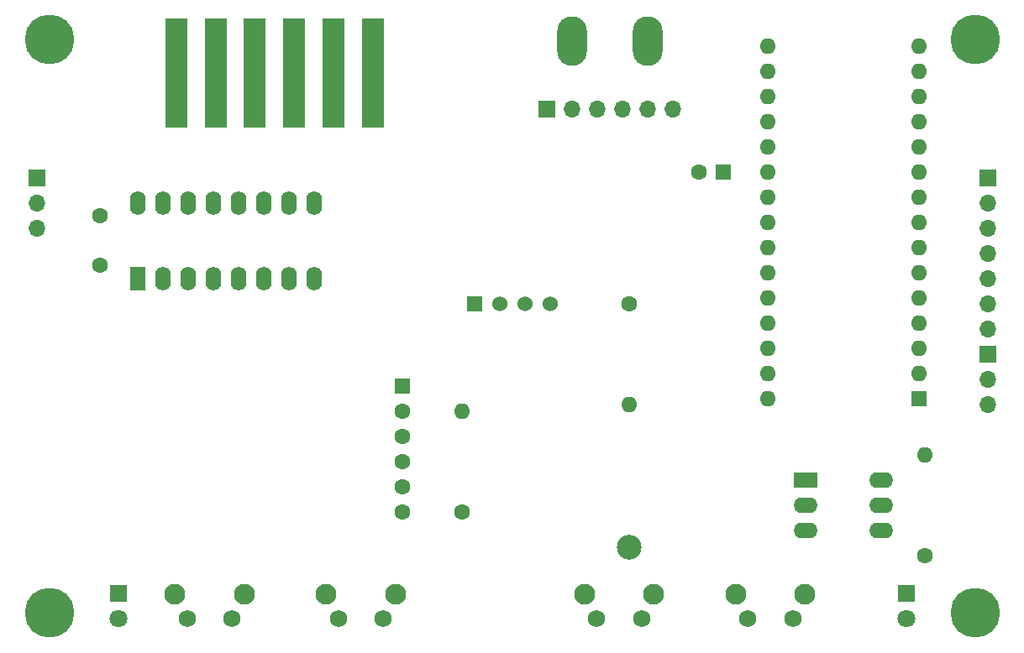
<source format=gbs>
G04 #@! TF.GenerationSoftware,KiCad,Pcbnew,(5.1.8)-1*
G04 #@! TF.CreationDate,2022-01-29T23:12:44+01:00*
G04 #@! TF.ProjectId,PlayOnTape Module,506c6179-4f6e-4546-9170-65204d6f6475,rev?*
G04 #@! TF.SameCoordinates,Original*
G04 #@! TF.FileFunction,Soldermask,Bot*
G04 #@! TF.FilePolarity,Negative*
%FSLAX46Y46*%
G04 Gerber Fmt 4.6, Leading zero omitted, Abs format (unit mm)*
G04 Created by KiCad (PCBNEW (5.1.8)-1) date 2022-01-29 23:12:44*
%MOMM*%
%LPD*%
G01*
G04 APERTURE LIST*
%ADD10O,3.000000X5.000000*%
%ADD11O,1.700000X1.700000*%
%ADD12R,1.700000X1.700000*%
%ADD13R,2.200000X11.000000*%
%ADD14R,1.524000X1.524000*%
%ADD15C,1.524000*%
%ADD16C,2.500000*%
%ADD17R,1.600000X1.600000*%
%ADD18C,1.600000*%
%ADD19O,1.600000X1.600000*%
%ADD20C,5.000000*%
%ADD21R,1.800000X1.800000*%
%ADD22C,1.800000*%
%ADD23C,2.100000*%
%ADD24C,1.750000*%
%ADD25R,2.400000X1.600000*%
%ADD26O,2.400000X1.600000*%
%ADD27R,1.600000X2.400000*%
%ADD28O,1.600000X2.400000*%
G04 APERTURE END LIST*
D10*
X133985000Y-81407000D03*
X126365000Y-81407000D03*
D11*
X136525000Y-88265000D03*
X133985000Y-88265000D03*
X131445000Y-88265000D03*
X128905000Y-88265000D03*
X126365000Y-88265000D03*
D12*
X123825000Y-88265000D03*
D13*
X106261500Y-84606500D03*
X102301500Y-84606500D03*
X98341500Y-84606500D03*
X94381500Y-84606500D03*
X90421500Y-84606500D03*
X86461500Y-84606500D03*
D14*
X116525000Y-107950000D03*
D15*
X119065000Y-107950000D03*
X121605000Y-107950000D03*
X124145000Y-107950000D03*
D16*
X132085000Y-132450000D03*
D17*
X109220000Y-116205000D03*
D18*
X109220000Y-118745000D03*
X109220000Y-121285000D03*
X109220000Y-123825000D03*
X109220000Y-126365000D03*
X109220000Y-128905000D03*
D11*
X72390000Y-100330000D03*
X72390000Y-97790000D03*
D12*
X72390000Y-95250000D03*
D17*
X161290000Y-117475000D03*
D19*
X146050000Y-84455000D03*
X161290000Y-114935000D03*
X146050000Y-86995000D03*
X161290000Y-112395000D03*
X146050000Y-89535000D03*
X161290000Y-109855000D03*
X146050000Y-92075000D03*
X161290000Y-107315000D03*
X146050000Y-94615000D03*
X161290000Y-104775000D03*
X146050000Y-97155000D03*
X161290000Y-102235000D03*
X146050000Y-99695000D03*
X161290000Y-99695000D03*
X146050000Y-102235000D03*
X161290000Y-97155000D03*
X146050000Y-104775000D03*
X161290000Y-94615000D03*
X146050000Y-107315000D03*
X161290000Y-92075000D03*
X146050000Y-109855000D03*
X161290000Y-89535000D03*
X146050000Y-112395000D03*
X161290000Y-86995000D03*
X146050000Y-114935000D03*
X161290000Y-84455000D03*
X146050000Y-117475000D03*
X161290000Y-81915000D03*
X146050000Y-81915000D03*
D12*
X168275000Y-95250000D03*
D11*
X168275000Y-97790000D03*
X168275000Y-100330000D03*
X168275000Y-102870000D03*
X168275000Y-105410000D03*
X168275000Y-107950000D03*
X168275000Y-110490000D03*
D20*
X73660000Y-139065000D03*
X167005000Y-139065000D03*
X167005000Y-81280000D03*
X73660000Y-81280000D03*
D17*
X141605000Y-94615000D03*
D18*
X139105000Y-94615000D03*
D21*
X80645000Y-137160000D03*
D22*
X80645000Y-139700000D03*
D12*
X168275000Y-113030000D03*
D11*
X168275000Y-115570000D03*
X168275000Y-118110000D03*
D19*
X115227100Y-118745000D03*
D18*
X115227100Y-128905000D03*
D23*
X127590000Y-137210000D03*
D24*
X128850000Y-139700000D03*
X133350000Y-139700000D03*
D23*
X134600000Y-137210000D03*
X149840000Y-137210000D03*
D24*
X148590000Y-139700000D03*
X144090000Y-139700000D03*
D23*
X142830000Y-137210000D03*
X108565000Y-137210000D03*
D24*
X107315000Y-139700000D03*
X102815000Y-139700000D03*
D23*
X101555000Y-137210000D03*
X86315000Y-137210000D03*
D24*
X87575000Y-139700000D03*
X92075000Y-139700000D03*
D23*
X93325000Y-137210000D03*
D18*
X78740000Y-99060000D03*
X78740000Y-104060000D03*
D21*
X160020000Y-137160000D03*
D22*
X160020000Y-139700000D03*
D19*
X132080000Y-118110000D03*
D18*
X132080000Y-107950000D03*
X161925000Y-133350000D03*
D19*
X161925000Y-123190000D03*
D25*
X149860000Y-125730000D03*
D26*
X157480000Y-130810000D03*
X149860000Y-128270000D03*
X157480000Y-128270000D03*
X149860000Y-130810000D03*
X157480000Y-125730000D03*
D27*
X82550000Y-105410000D03*
D28*
X100330000Y-97790000D03*
X85090000Y-105410000D03*
X97790000Y-97790000D03*
X87630000Y-105410000D03*
X95250000Y-97790000D03*
X90170000Y-105410000D03*
X92710000Y-97790000D03*
X92710000Y-105410000D03*
X90170000Y-97790000D03*
X95250000Y-105410000D03*
X87630000Y-97790000D03*
X97790000Y-105410000D03*
X85090000Y-97790000D03*
X100330000Y-105410000D03*
X82550000Y-97790000D03*
M02*

</source>
